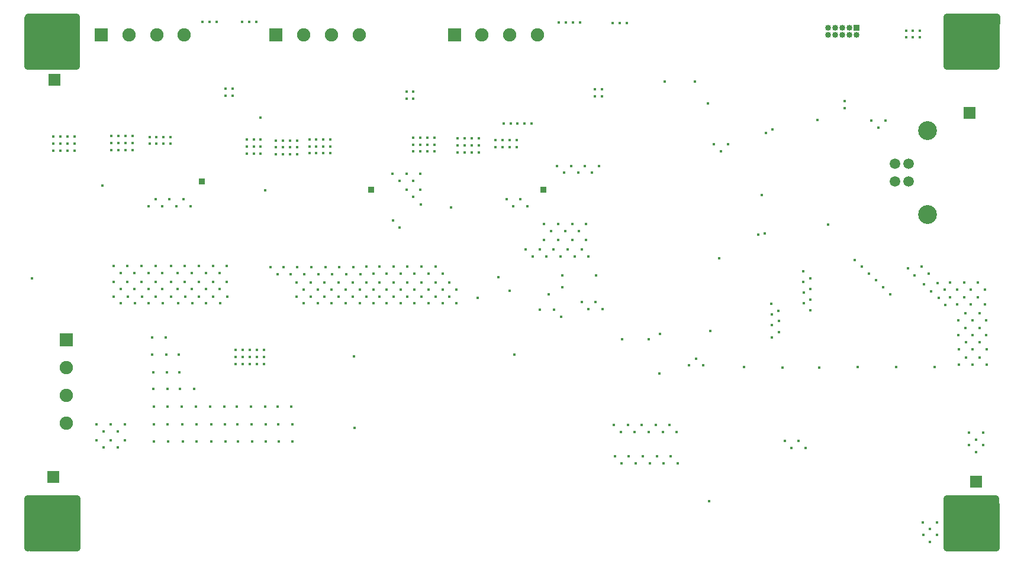
<source format=gbs>
G04 #@! TF.FileFunction,Soldermask,Bot*
%FSLAX46Y46*%
G04 Gerber Fmt 4.6, Leading zero omitted, Abs format (unit mm)*
G04 Created by KiCad (PCBNEW 4.0.1-stable) date 2018/04/09 16:51:16*
%MOMM*%
G01*
G04 APERTURE LIST*
%ADD10C,0.150000*%
%ADD11C,1.000000*%
%ADD12C,0.400000*%
%ADD13C,1.900000*%
%ADD14R,1.900000X1.900000*%
%ADD15R,0.850000X0.850000*%
%ADD16O,0.850000X0.850000*%
%ADD17C,1.520000*%
%ADD18C,2.700000*%
%ADD19C,3.200000*%
%ADD20R,1.700000X1.700000*%
G04 APERTURE END LIST*
D10*
D11*
X265550000Y-160500000D02*
X268700000Y-160500000D01*
X265550000Y-159850000D02*
X265550000Y-160500000D01*
X268750000Y-159850000D02*
X265550000Y-159850000D01*
X268750000Y-160400000D02*
X268750000Y-159850000D01*
X268750000Y-161750000D02*
X268750000Y-160400000D01*
X265850000Y-161750000D02*
X268750000Y-161750000D01*
X265850000Y-159100000D02*
X265850000Y-161750000D01*
X269200000Y-159100000D02*
X265850000Y-159100000D01*
X269200000Y-162400000D02*
X269200000Y-159100000D01*
X265150000Y-162400000D02*
X269200000Y-162400000D01*
X265150000Y-158350000D02*
X265150000Y-162400000D01*
X269900000Y-158350000D02*
X265150000Y-158350000D01*
X269900000Y-163000000D02*
X269900000Y-158350000D01*
X264450000Y-163000000D02*
X269900000Y-163000000D01*
X264450000Y-157600000D02*
X264450000Y-163000000D01*
X270700000Y-157600000D02*
X264450000Y-157600000D01*
X270700000Y-163850000D02*
X270700000Y-157600000D01*
X263700000Y-163850000D02*
X270700000Y-163850000D01*
X263700000Y-156800000D02*
X263700000Y-163850000D01*
X270650000Y-156800000D02*
X263700000Y-156800000D01*
X270650000Y-163700000D02*
X270650000Y-156800000D01*
X268350000Y-91200000D02*
X266650000Y-91200000D01*
X268350000Y-91800000D02*
X268350000Y-91200000D01*
X266500000Y-91800000D02*
X268350000Y-91800000D01*
X266500000Y-90650000D02*
X266500000Y-91800000D01*
X268650000Y-90650000D02*
X266500000Y-90650000D01*
X268650000Y-92800000D02*
X268650000Y-90650000D01*
X265800000Y-92800000D02*
X268650000Y-92800000D01*
X265800000Y-90000000D02*
X265800000Y-92800000D01*
X269200000Y-90000000D02*
X265800000Y-90000000D01*
X269200000Y-93400000D02*
X269200000Y-90000000D01*
X265250000Y-93400000D02*
X269200000Y-93400000D01*
X265250000Y-89350000D02*
X265250000Y-93400000D01*
X269900000Y-89350000D02*
X265250000Y-89350000D01*
X269900000Y-94150000D02*
X269900000Y-89350000D01*
X264450000Y-94150000D02*
X269900000Y-94150000D01*
X264450000Y-88650000D02*
X264450000Y-94150000D01*
X270750000Y-88650000D02*
X264450000Y-88650000D01*
X270750000Y-87800000D02*
X270750000Y-88650000D01*
X263700000Y-87800000D02*
X270750000Y-87800000D01*
X263700000Y-94800000D02*
X263700000Y-87800000D01*
X270700000Y-94800000D02*
X263700000Y-94800000D01*
X270700000Y-87900000D02*
X270700000Y-94800000D01*
X136550000Y-160550000D02*
X134850000Y-160550000D01*
X136550000Y-160100000D02*
X136550000Y-160550000D01*
X134500000Y-160100000D02*
X136550000Y-160100000D01*
X134500000Y-161500000D02*
X134500000Y-160100000D01*
X137250000Y-161500000D02*
X134500000Y-161500000D01*
X137250000Y-159450000D02*
X137250000Y-161500000D01*
X134050000Y-159450000D02*
X137250000Y-159450000D01*
X134050000Y-162300000D02*
X134050000Y-159450000D01*
X137950000Y-162300000D02*
X134050000Y-162300000D01*
X137950000Y-158550000D02*
X137950000Y-162300000D01*
X133350000Y-158550000D02*
X137950000Y-158550000D01*
X133350000Y-163150000D02*
X133350000Y-158550000D01*
X138550000Y-163150000D02*
X133350000Y-163150000D01*
X138550000Y-157800000D02*
X138550000Y-163150000D01*
X132650000Y-157800000D02*
X138550000Y-157800000D01*
X132650000Y-163850000D02*
X132650000Y-157800000D01*
X139200000Y-163850000D02*
X132650000Y-163850000D01*
X139200000Y-156800000D02*
X139200000Y-163850000D01*
X132200000Y-156800000D02*
X139200000Y-156800000D01*
X132200000Y-163800000D02*
X132200000Y-156800000D01*
X136200000Y-91050000D02*
X138550000Y-88700000D01*
X136700000Y-91550000D02*
X136200000Y-91050000D01*
X135300000Y-91550000D02*
X136700000Y-91550000D01*
X135300000Y-90150000D02*
X135300000Y-91550000D01*
X136850000Y-90150000D02*
X135300000Y-90150000D01*
X136850000Y-92550000D02*
X136850000Y-90150000D01*
X134550000Y-92550000D02*
X136850000Y-92550000D01*
X134550000Y-89400000D02*
X134550000Y-92550000D01*
X137550000Y-89400000D02*
X134550000Y-89400000D01*
X137550000Y-93200000D02*
X137550000Y-89400000D01*
X133750000Y-93200000D02*
X137550000Y-93200000D01*
X133750000Y-88600000D02*
X133750000Y-93200000D01*
X138250000Y-88600000D02*
X133750000Y-88600000D01*
X138250000Y-94050000D02*
X138250000Y-88600000D01*
X133050000Y-94050000D02*
X138250000Y-94050000D01*
X133050000Y-88400000D02*
X133050000Y-94050000D01*
X139150000Y-87750000D02*
X132250000Y-87750000D01*
X139150000Y-94800000D02*
X139150000Y-87750000D01*
X132200000Y-94800000D02*
X139150000Y-94800000D01*
X132200000Y-88000000D02*
X132200000Y-94800000D01*
D12*
X201150000Y-127000000D03*
X196500000Y-128000000D03*
X199500000Y-125050000D03*
X161950000Y-135450000D03*
X162950000Y-135450000D03*
X161950000Y-136450000D03*
X162950000Y-136450000D03*
X161950000Y-137450000D03*
X162950000Y-137450000D03*
X154350000Y-148550000D03*
X156350000Y-148550000D03*
X156300000Y-146150000D03*
X154300000Y-146150000D03*
X150200000Y-146150000D03*
X152200000Y-146150000D03*
X152250000Y-148550000D03*
X150250000Y-148550000D03*
X168050000Y-148550000D03*
X170050000Y-148550000D03*
X170000000Y-146150000D03*
X168000000Y-146150000D03*
X169900000Y-143600000D03*
X167900000Y-143600000D03*
X166100000Y-143600000D03*
X166200000Y-146150000D03*
X166250000Y-148550000D03*
X158450000Y-148550000D03*
X160450000Y-148550000D03*
X160400000Y-146150000D03*
X158400000Y-146150000D03*
X160300000Y-143600000D03*
X158300000Y-143600000D03*
X162100000Y-143600000D03*
X164100000Y-143600000D03*
X162200000Y-146150000D03*
X164200000Y-146150000D03*
X164250000Y-148550000D03*
X162250000Y-148550000D03*
X153950000Y-141050000D03*
X155950000Y-141050000D03*
X153900000Y-138650000D03*
X153800000Y-136100000D03*
X150000000Y-136100000D03*
X152000000Y-136100000D03*
X151950000Y-133700000D03*
X149950000Y-133700000D03*
X150100000Y-138650000D03*
X152100000Y-138650000D03*
X152150000Y-141050000D03*
X150150000Y-141050000D03*
X243450000Y-149500000D03*
X241450000Y-149500000D03*
X242450000Y-148500000D03*
X240450000Y-148500000D03*
X159700000Y-128800000D03*
X157700000Y-128800000D03*
X155700000Y-128800000D03*
X153700000Y-128800000D03*
X160700000Y-127800000D03*
X158700000Y-127800000D03*
X156700000Y-127800000D03*
X154700000Y-127800000D03*
X152700000Y-127800000D03*
X144500000Y-127800000D03*
X146500000Y-127800000D03*
X148500000Y-127800000D03*
X150500000Y-127800000D03*
X145500000Y-128800000D03*
X147500000Y-128800000D03*
X149500000Y-128800000D03*
X151500000Y-128800000D03*
X165450000Y-102150000D03*
X217200000Y-133950000D03*
X262350000Y-125850000D03*
X263350000Y-126850000D03*
X261350000Y-127050000D03*
X260350000Y-126050000D03*
X258050000Y-123750000D03*
X259050000Y-124750000D03*
X159200000Y-88450000D03*
X158200000Y-88450000D03*
X157200000Y-88450000D03*
X162850000Y-88450000D03*
X163850000Y-88450000D03*
X164850000Y-88450000D03*
X217850000Y-88600000D03*
X216850000Y-88600000D03*
X215850000Y-88600000D03*
X208150000Y-88550000D03*
X209150000Y-88550000D03*
X210150000Y-88550000D03*
X211150000Y-88550000D03*
X238650000Y-133650000D03*
X239550000Y-129850000D03*
X238550000Y-128850000D03*
X238600000Y-131900000D03*
X239600000Y-132900000D03*
X239600000Y-131350000D03*
X238600000Y-130350000D03*
X243150000Y-127250000D03*
X244150000Y-128250000D03*
X244150000Y-129800000D03*
X243150000Y-128800000D03*
X243100000Y-125750000D03*
X244100000Y-126750000D03*
X254550000Y-126500000D03*
X255550000Y-127500000D03*
X253500000Y-125500000D03*
X252500000Y-124500000D03*
X250450000Y-122550000D03*
X251450000Y-123550000D03*
X266350000Y-136550000D03*
X268350000Y-136550000D03*
X265350000Y-137550000D03*
X267350000Y-137550000D03*
X269350000Y-137550000D03*
X269350000Y-135400000D03*
X267350000Y-135400000D03*
X265350000Y-135400000D03*
X268350000Y-134400000D03*
X266350000Y-134400000D03*
X266300000Y-130200000D03*
X268300000Y-130200000D03*
X265300000Y-131200000D03*
X267300000Y-131200000D03*
X269300000Y-131200000D03*
X269300000Y-133350000D03*
X267300000Y-133350000D03*
X265300000Y-133350000D03*
X268300000Y-132350000D03*
X266300000Y-132350000D03*
X261050000Y-124550000D03*
X244100000Y-125200000D03*
X260050000Y-123550000D03*
X243100000Y-124200000D03*
X230350000Y-106000000D03*
X232350000Y-106000000D03*
X231350000Y-107000000D03*
X229450000Y-100150000D03*
X237150000Y-113300000D03*
X263450000Y-129050000D03*
X262450000Y-128050000D03*
X227800000Y-136700000D03*
X226800000Y-137700000D03*
X228800000Y-137700000D03*
X264100000Y-127950000D03*
X266100000Y-127950000D03*
X268100000Y-127950000D03*
X265100000Y-128950000D03*
X267100000Y-128950000D03*
X269100000Y-128950000D03*
X249050000Y-100800000D03*
X249050000Y-99850000D03*
X252850000Y-102600000D03*
X254850000Y-102600000D03*
X253850000Y-103600000D03*
X238700000Y-103850000D03*
X193500000Y-128800000D03*
X191500000Y-128800000D03*
X189500000Y-128800000D03*
X187500000Y-128800000D03*
X185500000Y-128800000D03*
X183500000Y-128800000D03*
X192500000Y-127800000D03*
X190500000Y-127800000D03*
X188500000Y-127800000D03*
X186500000Y-127800000D03*
X184500000Y-127800000D03*
X182500000Y-127800000D03*
X170650000Y-127800000D03*
X172650000Y-127800000D03*
X174650000Y-127800000D03*
X176650000Y-127800000D03*
X178650000Y-127800000D03*
X180650000Y-127800000D03*
X171650000Y-128800000D03*
X173650000Y-128800000D03*
X175650000Y-128800000D03*
X177650000Y-128800000D03*
X179650000Y-128800000D03*
X181650000Y-128800000D03*
X168750000Y-123600000D03*
X170750000Y-123600000D03*
X172750000Y-123600000D03*
X174750000Y-123600000D03*
X176750000Y-123600000D03*
X178750000Y-123600000D03*
X169750000Y-124600000D03*
X171750000Y-124600000D03*
X173750000Y-124600000D03*
X175750000Y-124600000D03*
X177750000Y-124600000D03*
X179750000Y-124600000D03*
X167900000Y-124600000D03*
X166900000Y-123600000D03*
X213450000Y-124750000D03*
X208650000Y-124800000D03*
X208650000Y-126500000D03*
X208450000Y-130700000D03*
X201800000Y-136100000D03*
X207450000Y-129700000D03*
X205450000Y-129700000D03*
X211400000Y-128600000D03*
X213400000Y-128600000D03*
X212400000Y-129600000D03*
X214400000Y-129600000D03*
X203650000Y-114900000D03*
X201650000Y-114900000D03*
X202650000Y-113900000D03*
X200650000Y-113900000D03*
X207900000Y-109100000D03*
X209900000Y-109100000D03*
X211900000Y-109100000D03*
X213900000Y-109100000D03*
X208900000Y-110100000D03*
X210900000Y-110100000D03*
X212900000Y-110100000D03*
X266850000Y-149100000D03*
X268850000Y-149100000D03*
X267850000Y-150100000D03*
X267800000Y-148300000D03*
X268800000Y-147300000D03*
X266800000Y-147300000D03*
X260200000Y-160150000D03*
X262200000Y-160150000D03*
X261200000Y-161150000D03*
X261250000Y-162950000D03*
X262250000Y-161950000D03*
X260250000Y-161950000D03*
X225000000Y-147200000D03*
X223000000Y-147200000D03*
X221000000Y-147200000D03*
X219000000Y-147200000D03*
X217000000Y-147200000D03*
X224000000Y-146200000D03*
X222000000Y-146200000D03*
X220000000Y-146200000D03*
X218000000Y-146200000D03*
X216000000Y-146200000D03*
X212400000Y-122100000D03*
X210400000Y-122100000D03*
X208400000Y-122100000D03*
X206400000Y-122100000D03*
X204400000Y-122100000D03*
X211400000Y-121100000D03*
X209400000Y-121100000D03*
X207400000Y-121100000D03*
X205400000Y-121100000D03*
X203400000Y-121100000D03*
X206050000Y-119700000D03*
X208050000Y-119700000D03*
X210050000Y-119700000D03*
X212050000Y-119700000D03*
X211050000Y-118400000D03*
X209050000Y-118400000D03*
X207050000Y-118400000D03*
X212050000Y-117400000D03*
X210050000Y-117400000D03*
X208050000Y-117400000D03*
X206050000Y-117400000D03*
X144450000Y-123450000D03*
X146450000Y-123450000D03*
X148450000Y-123450000D03*
X150450000Y-123450000D03*
X145450000Y-124450000D03*
X147450000Y-124450000D03*
X149450000Y-124450000D03*
X151450000Y-124450000D03*
X151450000Y-126750000D03*
X149450000Y-126750000D03*
X147450000Y-126750000D03*
X145450000Y-126750000D03*
X150450000Y-125750000D03*
X148450000Y-125750000D03*
X146450000Y-125750000D03*
X144450000Y-125750000D03*
X156200000Y-143600000D03*
X154200000Y-143600000D03*
X152200000Y-143600000D03*
X150200000Y-143600000D03*
X142050000Y-148450000D03*
X144050000Y-148450000D03*
X146050000Y-148450000D03*
X143050000Y-149450000D03*
X145050000Y-149450000D03*
X145050000Y-147150000D03*
X143050000Y-147150000D03*
X146050000Y-146150000D03*
X144050000Y-146150000D03*
X142050000Y-146150000D03*
X152650000Y-125750000D03*
X154650000Y-125750000D03*
X156650000Y-125750000D03*
X158650000Y-125750000D03*
X160650000Y-125750000D03*
X153650000Y-126750000D03*
X155650000Y-126750000D03*
X157650000Y-126750000D03*
X159650000Y-126750000D03*
X159650000Y-124450000D03*
X157650000Y-124450000D03*
X155650000Y-124450000D03*
X153650000Y-124450000D03*
X160650000Y-123450000D03*
X158650000Y-123450000D03*
X156650000Y-123450000D03*
X154650000Y-123450000D03*
X152650000Y-123450000D03*
X184350000Y-110250000D03*
X186350000Y-110250000D03*
X188350000Y-110250000D03*
X185350000Y-111250000D03*
X187350000Y-111250000D03*
X187350000Y-113550000D03*
X188350000Y-112550000D03*
X186350000Y-112550000D03*
X184400000Y-116950000D03*
X185400000Y-117950000D03*
X188400000Y-114650000D03*
X216150000Y-150700000D03*
X218150000Y-150700000D03*
X220150000Y-150700000D03*
X222150000Y-150700000D03*
X224150000Y-150700000D03*
X180650000Y-123500000D03*
X217150000Y-151700000D03*
X219150000Y-151700000D03*
X221150000Y-151700000D03*
X223150000Y-151700000D03*
X225150000Y-151700000D03*
X181650000Y-124500000D03*
X181650000Y-126800000D03*
X179650000Y-126800000D03*
X177650000Y-126800000D03*
X175650000Y-126800000D03*
X173650000Y-126800000D03*
X171650000Y-126800000D03*
X180650000Y-125800000D03*
X178650000Y-125800000D03*
X176650000Y-125800000D03*
X174650000Y-125800000D03*
X172650000Y-125800000D03*
X170650000Y-125800000D03*
X182500000Y-125800000D03*
X184500000Y-125800000D03*
X186500000Y-125800000D03*
X188500000Y-125800000D03*
X190500000Y-125800000D03*
X192500000Y-125800000D03*
X183500000Y-126800000D03*
X185500000Y-126800000D03*
X187500000Y-126800000D03*
X189500000Y-126800000D03*
X191500000Y-126800000D03*
X193500000Y-126800000D03*
X151450000Y-114850000D03*
X191500000Y-124500000D03*
X189500000Y-124500000D03*
X187500000Y-124500000D03*
X185500000Y-124500000D03*
X183500000Y-124500000D03*
X155450000Y-114850000D03*
X153450000Y-114850000D03*
X149450000Y-114850000D03*
X190500000Y-123500000D03*
X188500000Y-123500000D03*
X186500000Y-123500000D03*
X184500000Y-123500000D03*
X182500000Y-123500000D03*
X154450000Y-113850000D03*
X152450000Y-113850000D03*
X150450000Y-113850000D03*
X259800000Y-90700000D03*
X258800000Y-90700000D03*
X257800000Y-90700000D03*
X246650000Y-117500000D03*
X245150000Y-102550000D03*
X229850000Y-132750000D03*
X222600000Y-133150000D03*
X261900000Y-137900000D03*
X250900000Y-137950000D03*
X259800000Y-89700000D03*
X258800000Y-89700000D03*
X257800000Y-89700000D03*
X237600000Y-118800000D03*
X231100000Y-122350000D03*
X237750000Y-104350000D03*
X227600000Y-97000000D03*
X223300000Y-97000000D03*
X222550000Y-138850000D03*
X256400000Y-137900000D03*
X245350000Y-138000000D03*
X240150000Y-138000000D03*
X234650000Y-137950000D03*
X221000000Y-133950000D03*
X236700000Y-118950000D03*
X269100000Y-126800000D03*
X267100000Y-126800000D03*
X265100000Y-126800000D03*
X268100000Y-125800000D03*
X266100000Y-125800000D03*
D13*
X137700000Y-145930000D03*
X137700000Y-141970000D03*
D14*
X137700000Y-134050000D03*
D13*
X137700000Y-138010000D03*
D12*
X187350000Y-99500000D03*
X186350000Y-99500000D03*
X214300000Y-99150000D03*
X213300000Y-99150000D03*
X165950000Y-137450000D03*
X164950000Y-137450000D03*
X163950000Y-137450000D03*
X132750000Y-125250000D03*
X161450000Y-99050000D03*
X160450000Y-99050000D03*
X187350000Y-98500000D03*
X186350000Y-98500000D03*
X214300000Y-98150000D03*
X213300000Y-98150000D03*
X165950000Y-136450000D03*
X164950000Y-136450000D03*
X163950000Y-136450000D03*
X142900000Y-111900000D03*
X166100000Y-112600000D03*
X192700000Y-115050000D03*
X161450000Y-98050000D03*
X160450000Y-98050000D03*
X178950000Y-146600000D03*
X206700000Y-127500000D03*
X178850000Y-136350000D03*
X229600000Y-157150000D03*
X165950000Y-135450000D03*
X164950000Y-135450000D03*
X163950000Y-135450000D03*
X202100000Y-106400000D03*
X201100000Y-106400000D03*
X200100000Y-106400000D03*
X199100000Y-106400000D03*
X190350000Y-107050000D03*
X189350000Y-107050000D03*
X188350000Y-107050000D03*
X187350000Y-107050000D03*
X175450000Y-107300000D03*
X174450000Y-107300000D03*
X173450000Y-107300000D03*
X172450000Y-107300000D03*
X165500000Y-107350000D03*
X164500000Y-107350000D03*
X163500000Y-107350000D03*
X204250000Y-103050000D03*
X203250000Y-103050000D03*
X202250000Y-103050000D03*
X201250000Y-103050000D03*
X200250000Y-103050000D03*
X202100000Y-105400000D03*
X201100000Y-105400000D03*
X200100000Y-105400000D03*
X199100000Y-105400000D03*
X190350000Y-106050000D03*
X189350000Y-106050000D03*
X188350000Y-106050000D03*
X187350000Y-106050000D03*
X175450000Y-106300000D03*
X174450000Y-106300000D03*
X173450000Y-106300000D03*
X172450000Y-106300000D03*
X165500000Y-106350000D03*
X164500000Y-106350000D03*
X163500000Y-106350000D03*
X264100000Y-125800000D03*
X190350000Y-105050000D03*
X189350000Y-105050000D03*
X188350000Y-105050000D03*
X187350000Y-105050000D03*
X175450000Y-105300000D03*
X174450000Y-105300000D03*
X173450000Y-105300000D03*
X172450000Y-105300000D03*
X165500000Y-105350000D03*
X164500000Y-105350000D03*
X163500000Y-105350000D03*
X138850000Y-106900000D03*
X137850000Y-106900000D03*
X136850000Y-106900000D03*
X135850000Y-106900000D03*
X196700000Y-107150000D03*
X195700000Y-107150000D03*
X194700000Y-107150000D03*
X193700000Y-107150000D03*
X170700000Y-107450000D03*
X169700000Y-107450000D03*
X168700000Y-107450000D03*
X167700000Y-107450000D03*
X147150000Y-106800000D03*
X146150000Y-106800000D03*
X145150000Y-106800000D03*
X144150000Y-106800000D03*
X152600000Y-105950000D03*
X151600000Y-105950000D03*
X150600000Y-105950000D03*
X149600000Y-105950000D03*
X138850000Y-105900000D03*
X137850000Y-105900000D03*
X136850000Y-105900000D03*
X135850000Y-105900000D03*
X196700000Y-106150000D03*
X195700000Y-106150000D03*
X194700000Y-106150000D03*
X193700000Y-106150000D03*
X170700000Y-106450000D03*
X169700000Y-106450000D03*
X168700000Y-106450000D03*
X167700000Y-106450000D03*
X147150000Y-105800000D03*
X146150000Y-105800000D03*
X145150000Y-105800000D03*
X144150000Y-105800000D03*
X152600000Y-104950000D03*
X151600000Y-104950000D03*
X150600000Y-104950000D03*
X149600000Y-104950000D03*
X138850000Y-104900000D03*
X137850000Y-104900000D03*
X136850000Y-104900000D03*
X135850000Y-104900000D03*
X196700000Y-105150000D03*
X195700000Y-105150000D03*
X194700000Y-105150000D03*
X193700000Y-105150000D03*
X170700000Y-105450000D03*
X169700000Y-105450000D03*
X168700000Y-105450000D03*
X167700000Y-105450000D03*
X147150000Y-104800000D03*
X146150000Y-104800000D03*
X145150000Y-104800000D03*
D15*
X157050000Y-111350000D03*
X250700000Y-89300000D03*
D16*
X250700000Y-90300000D03*
X249700000Y-89300000D03*
X249700000Y-90300000D03*
X248700000Y-89300000D03*
X248700000Y-90300000D03*
X247700000Y-89300000D03*
X247700000Y-90300000D03*
X246700000Y-89300000D03*
X246700000Y-90300000D03*
D15*
X181300000Y-112500000D03*
X205900000Y-112500000D03*
D13*
X179580000Y-90300000D03*
X175620000Y-90300000D03*
D14*
X167700000Y-90300000D03*
D13*
X171660000Y-90300000D03*
X205080000Y-90300000D03*
X201120000Y-90300000D03*
D14*
X193200000Y-90300000D03*
D13*
X197160000Y-90300000D03*
X154580000Y-90300000D03*
X150620000Y-90300000D03*
D14*
X142700000Y-90300000D03*
D13*
X146660000Y-90300000D03*
D17*
X256200000Y-111340000D03*
X256200000Y-108800000D03*
X258200000Y-108800000D03*
X258200000Y-111340000D03*
D18*
X260900000Y-116070000D03*
X260900000Y-104070000D03*
D12*
X144150000Y-104800000D03*
D19*
X135750000Y-91400000D03*
X135750000Y-160300000D03*
X267200000Y-91550000D03*
X267100000Y-160400000D03*
D20*
X136025000Y-96775000D03*
X135825000Y-153675000D03*
X267800000Y-154350000D03*
X266875000Y-101550000D03*
M02*

</source>
